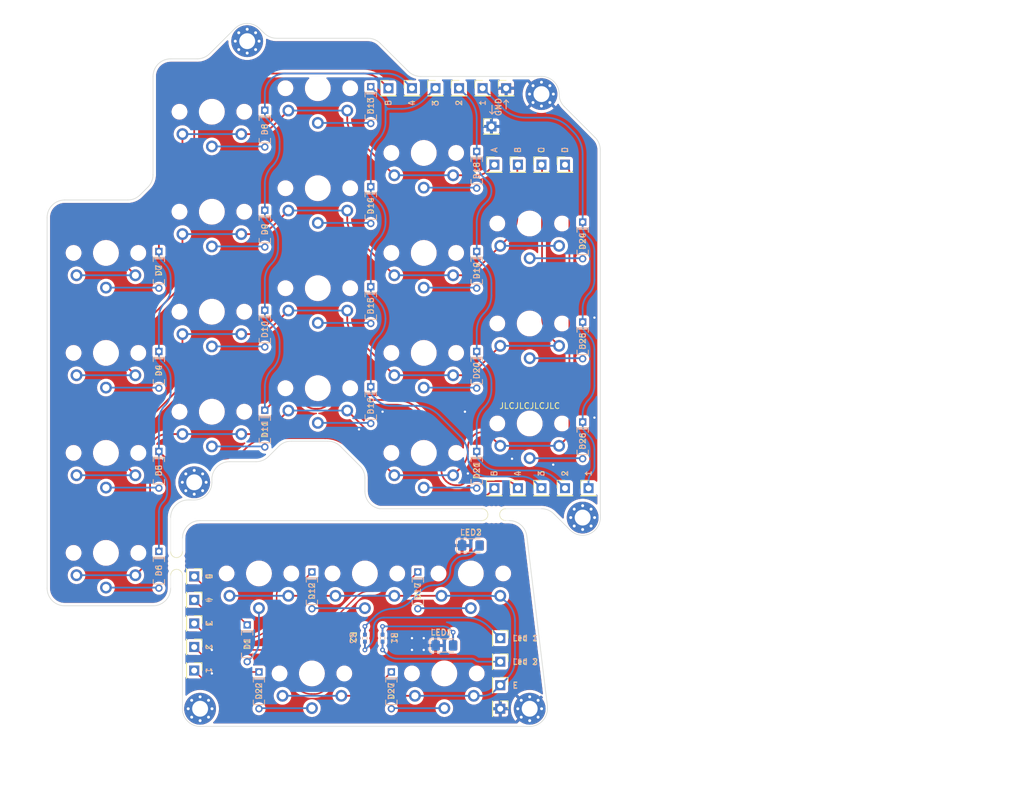
<source format=kicad_pcb>
(kicad_pcb (version 20211014) (generator pcbnew)

  (general
    (thickness 1.6)
  )

  (paper "A4")
  (layers
    (0 "F.Cu" signal)
    (31 "B.Cu" signal)
    (32 "B.Adhes" user "B.Adhesive")
    (33 "F.Adhes" user "F.Adhesive")
    (34 "B.Paste" user)
    (35 "F.Paste" user)
    (36 "B.SilkS" user "B.Silkscreen")
    (37 "F.SilkS" user "F.Silkscreen")
    (38 "B.Mask" user)
    (39 "F.Mask" user)
    (40 "Dwgs.User" user "User.Drawings")
    (41 "Cmts.User" user "User.Comments")
    (42 "Eco1.User" user "User.Eco1")
    (43 "Eco2.User" user "User.Eco2")
    (44 "Edge.Cuts" user)
    (45 "Margin" user)
    (46 "B.CrtYd" user "B.Courtyard")
    (47 "F.CrtYd" user "F.Courtyard")
    (48 "B.Fab" user)
    (49 "F.Fab" user)
    (50 "User.1" user)
    (51 "User.2" user)
    (52 "User.3" user)
    (53 "User.4" user)
    (54 "User.5" user)
    (55 "User.6" user)
    (56 "User.7" user)
    (57 "User.8" user)
    (58 "User.9" user)
  )

  (setup
    (stackup
      (layer "F.SilkS" (type "Top Silk Screen") (color "White"))
      (layer "F.Paste" (type "Top Solder Paste"))
      (layer "F.Mask" (type "Top Solder Mask") (color "Purple") (thickness 0.01))
      (layer "F.Cu" (type "copper") (thickness 0.035))
      (layer "dielectric 1" (type "core") (thickness 1.51) (material "FR4") (epsilon_r 4.5) (loss_tangent 0.02))
      (layer "B.Cu" (type "copper") (thickness 0.035))
      (layer "B.Mask" (type "Bottom Solder Mask") (color "Purple") (thickness 0.01))
      (layer "B.Paste" (type "Bottom Solder Paste"))
      (layer "B.SilkS" (type "Bottom Silk Screen") (color "White"))
      (copper_finish "None")
      (dielectric_constraints no)
    )
    (pad_to_mask_clearance 0)
    (pcbplotparams
      (layerselection 0x00010fc_ffffffff)
      (disableapertmacros false)
      (usegerberextensions false)
      (usegerberattributes true)
      (usegerberadvancedattributes true)
      (creategerberjobfile true)
      (svguseinch false)
      (svgprecision 6)
      (excludeedgelayer true)
      (plotframeref false)
      (viasonmask false)
      (mode 1)
      (useauxorigin false)
      (hpglpennumber 1)
      (hpglpenspeed 20)
      (hpglpendiameter 15.000000)
      (dxfpolygonmode true)
      (dxfimperialunits true)
      (dxfusepcbnewfont true)
      (psnegative false)
      (psa4output false)
      (plotreference true)
      (plotvalue true)
      (plotinvisibletext false)
      (sketchpadsonfab false)
      (subtractmaskfromsilk false)
      (outputformat 1)
      (mirror false)
      (drillshape 1)
      (scaleselection 1)
      (outputdirectory "")
    )
  )

  (net 0 "")
  (net 1 "GND")
  (net 2 "/LED1")
  (net 3 "Net-(D1-Pad2)")
  (net 4 "/LED2")
  (net 5 "/5")
  (net 6 "Net-(D4-Pad2)")
  (net 7 "Net-(D5-Pad2)")
  (net 8 "Net-(D6-Pad2)")
  (net 9 "/4")
  (net 10 "Net-(D8-Pad2)")
  (net 11 "Net-(D9-Pad2)")
  (net 12 "Net-(D10-Pad2)")
  (net 13 "Net-(D11-Pad2)")
  (net 14 "Net-(D12-Pad2)")
  (net 15 "/3")
  (net 16 "Net-(D13-Pad2)")
  (net 17 "Net-(D14-Pad2)")
  (net 18 "Net-(D15-Pad2)")
  (net 19 "Net-(D16-Pad2)")
  (net 20 "Net-(D17-Pad2)")
  (net 21 "/2")
  (net 22 "Net-(D18-Pad2)")
  (net 23 "Net-(D19-Pad2)")
  (net 24 "Net-(D20-Pad2)")
  (net 25 "Net-(D21-Pad2)")
  (net 26 "Net-(D22-Pad2)")
  (net 27 "/1")
  (net 28 "Net-(D24-Pad2)")
  (net 29 "Net-(D25-Pad2)")
  (net 30 "Net-(D26-Pad2)")
  (net 31 "Net-(D27-Pad2)")
  (net 32 "Net-(D2-Pad2)")
  (net 33 "Net-(D3-Pad2)")
  (net 34 "Net-(D7-Pad2)")
  (net 35 "/B")
  (net 36 "/C")
  (net 37 "/D")
  (net 38 "/A")
  (net 39 "/E")

  (footprint "resist_the:DIOAD829W49L456D191" (layer "F.Cu") (at 101 41 -90))

  (footprint "LED_SMD:LED_1206_3216Metric_Pad1.42x1.75mm_HandSolder" (layer "F.Cu") (at 131.5 128.75))

  (footprint "resist_the:DIOAD829W49L456D191" (layer "F.Cu") (at 127 119.5 -90))

  (footprint "mbk:Choc-1u-solder-flip" (layer "F.Cu") (at 136 116.5))

  (footprint "MountingHole:MountingHole_2.7mm_M2.5_Pad_Via" (layer "F.Cu") (at 155 107))

  (footprint "Connector_PinHeader_2.54mm:PinHeader_1x01_P2.54mm_Vertical" (layer "F.Cu") (at 152 102))

  (footprint "mbk:Choc-1u-solder-flip" (layer "F.Cu") (at 74 96))

  (footprint "Panelization:mouse-bite-2mm-slot" (layer "F.Cu") (at 86 114.8 90))

  (footprint "resist_the:DIOAD829W49L456D191" (layer "F.Cu") (at 83 116 -90))

  (footprint "mbk:Choc-1u-solder-flip" (layer "F.Cu") (at 100 116.5))

  (footprint "Connector_PinHeader_2.54mm:PinHeader_1x01_P2.54mm_Vertical" (layer "F.Cu") (at 142 34))

  (footprint "mbk:Choc-1u-solder-flip" (layer "F.Cu") (at 128 62))

  (footprint "Panelization:mouse-bite-2mm-slot" (layer "F.Cu") (at 139.9 106.5))

  (footprint "Connector_PinHeader_2.54mm:PinHeader_1x01_P2.54mm_Vertical" (layer "F.Cu") (at 122 34))

  (footprint "mbk:Choc-1u-solder-flip" (layer "F.Cu") (at 131.5 133.5))

  (footprint "Connector_PinHeader_2.54mm:PinHeader_1x01_P2.54mm_Vertical" (layer "F.Cu") (at 144 47))

  (footprint "mbk:Choc-1u-solder-flip" (layer "F.Cu") (at 92 89))

  (footprint "mbk:Choc-1u-solder-flip" (layer "F.Cu") (at 146 74))

  (footprint "mbk:Choc-1u-solder-flip" (layer "F.Cu") (at 128 45))

  (footprint "Resistor_SMD:R_0402_1005Metric_Pad0.72x0.64mm_HandSolder" (layer "F.Cu") (at 121 127.5 -90))

  (footprint "resist_the:DIOAD829W49L456D191" (layer "F.Cu") (at 101 92 -90))

  (footprint "mbk:Choc-1u-solder-flip" (layer "F.Cu") (at 118 116.5))

  (footprint "Connector_PinHeader_2.54mm:PinHeader_1x01_P2.54mm_Vertical" (layer "F.Cu") (at 141 135.5 -90))

  (footprint "mbk:Choc-1u-solder-flip" (layer "F.Cu") (at 128 79))

  (footprint "mbk:Choc-1u-solder-flip" (layer "F.Cu") (at 128 96))

  (footprint "resist_the:DIOAD829W49L456D191" (layer "F.Cu") (at 137 65 -90))

  (footprint "MountingHole:MountingHole_2.7mm_M2.5_Pad_Via" (layer "F.Cu") (at 148 35))

  (footprint "resist_the:DIOAD829W49L456D191" (layer "F.Cu") (at 119 71 -90))

  (footprint "mbk:Choc-1u-solder-flip" (layer "F.Cu") (at 92 55))

  (footprint "Connector_PinHeader_2.54mm:PinHeader_1x01_P2.54mm_Vertical" (layer "F.Cu") (at 89 121 -90))

  (footprint "resist_the:DIOAD829W49L456D191" (layer "F.Cu") (at 101 75 -90))

  (footprint "Resistor_SMD:R_0402_1005Metric_Pad0.72x0.64mm_HandSolder" (layer "F.Cu") (at 118 127.5 -90))

  (footprint "Connector_PinHeader_2.54mm:PinHeader_1x01_P2.54mm_Vertical" (layer "F.Cu") (at 156 102))

  (footprint "resist_the:DIOAD829W49L456D191" (layer "F.Cu") (at 119 88 -90))

  (footprint "Connector_PinHeader_2.54mm:PinHeader_1x01_P2.54mm_Vertical" (layer "F.Cu") (at 141 139.5 -90))

  (footprint "mbk:Choc-1u-solder-flip" (layer "F.Cu") (at 74 62))

  (footprint "Connector_PinHeader_2.54mm:PinHeader_1x01_P2.54mm_Vertical" (layer "F.Cu") (at 140 47))

  (footprint "Connector_PinHeader_2.54mm:PinHeader_1x01_P2.54mm_Vertical" (layer "F.Cu") (at 89 125 -90))

  (footprint "Connector_PinHeader_2.54mm:PinHeader_1x01_P2.54mm_Vertical" (layer "F.Cu") (at 148 47))

  (footprint "MountingHole:MountingHole_2.7mm_M2.5_Pad_Via" (layer "F.Cu") (at 89 101))

  (footprint "Connector_PinHeader_2.54mm:PinHeader_1x01_P2.54mm_Vertical" (layer "F.Cu") (at 89 117 -90))

  (footprint "resist_the:DIOAD829W49L456D191" (layer "F.Cu") (at 101 58 -90))

  (footprint "Connector_PinHeader_2.54mm:PinHeader_1x01_P2.54mm_Vertical" (layer "F.Cu") (at 144 102))

  (footprint "Connector_PinHeader_2.54mm:PinHeader_1x01_P2.54mm_Vertical" (layer "F.Cu") (at 152 47))

  (footprint "LED_SMD:LED_1206_3216Metric_Pad1.42x1.75mm_HandSolder" (layer "F.Cu") (at 136 111.75))

  (footprint "Connector_PinHeader_2.54mm:PinHeader_1x01_P2.54mm_Vertical" (layer "F.Cu") (at 141 127.5 -90))

  (footprint "MountingHole:MountingHole_2.7mm_M2.5_Pad_Via" (layer "F.Cu") (at 98 26))

  (footprint "Connector_PinHeader_2.54mm:PinHeader_1x01_P2.54mm_Vertical" (layer "F.Cu")
    (tedit 59FED5CC) (tstamp 862873a3-b984-484d-a303-7c8f4a55aaf2)
    (at 134 34)
    (descr "Through hole straight pin header, 1x01, 2.54mm pitch, single row")
    (tags "Through hole pin header THT 1x01 2.54mm single row")
    (property "Sheetfile" "meowboard.kicad_sch")
    (property "Sheetname" "")
    (path "/64a67706-1998-4c3c-b561-cfd1debbff51")
    (attr through_hole)
    (fp_text reference "J4" (at 0 -2.33) (layer "F.SilkS") hide
      (effects (font (size 1 1) (thickness 0.15)))
      (tstamp 0aee1bd0-f634-4bea-bfb2-b5ddb9ee4241)
    )
    (fp_text value "Conn_01x01" (at 0 2.33) (layer "F.Fab")
      (effects (font (size 1 1) (thickness 0.15)))
      (tstamp 4d700687-f242-402f-9afa-f431bb18bec1)
    )
    (fp_text user "${REFERENCE}" (at 0 0 90) (layer "F.Fab")
      (effects (font (size 1 1) (thickness 0.15)))
      (tstamp f8e0f77c-0961-43d6-bec4-63c418e53843)
    )
    (fp_line (start 1.33 1.27) (end 1.33 1.33) (layer "F.SilkS") (width 0.12) (tstamp 08362b20-d6fa-467e-9b9c-1771ce1e3a5a))
    (fp_line (start -1.33 -1.33) (end 0 -1.33) (layer "F.SilkS") (width 0.12) (tstamp 31701844-16ba-4275-aeb2-ea8f70796dc3))
    (fp_line (start -1.33 1.33) (end 1.33 1.33) (layer "F.SilkS") (width 0.12) (tstamp 9b4d76ba-d6c7-4d69-b580-12d52ff1fafc))
    (fp_line (start -1.33 1.27) (end -1.33 1.33) (layer "F.SilkS") (width 0.12) (tstamp c83b92a5-d581-4cca-bd42-9fd24749e000))
    (fp_line (start -1.33 0) (end -1.33 -1.33) (layer "F.SilkS") (width 0.12) (tstamp db391daf-f3d1-4e0e-ad75-14a2d99609b6))
    (fp_line (start -1.33 1.27) (end 1.33 1.27) (layer "F.SilkS") (width 0.12) (tstamp f1979aea-2107-473a-ba43-840615336eb3))
    (fp_line (start -1.8 1.8) (end 1.8 1.8) (layer "F.CrtYd") (width 0.05) (tstamp 082f5c38-0aeb-4f51-9cc3-3a31699e92cd))
    (fp_line (start -1.8 -1.8) (end -1.8 1.8) (layer "F.CrtYd") (width 0.05) (tstamp 4ba5b4af-37b7-49f3-a0ed-294745beaf6c))
    (fp_line (start 1.8 1.8) (end 1.8 -1.8) (layer "F.CrtYd") (width 0.05) (tstamp 805e89ee-4de2-4382-a757-d6468bc617a0))
    (fp_line (start 1.8 -1.8) (end -1.8 -1.8) (layer "F.CrtYd") (width 0.05) (tstamp dae02d45-2bec-4280-a3e4-bd1d9b53235f))
    (fp_line (start 1
... [2115238 chars truncated]
</source>
